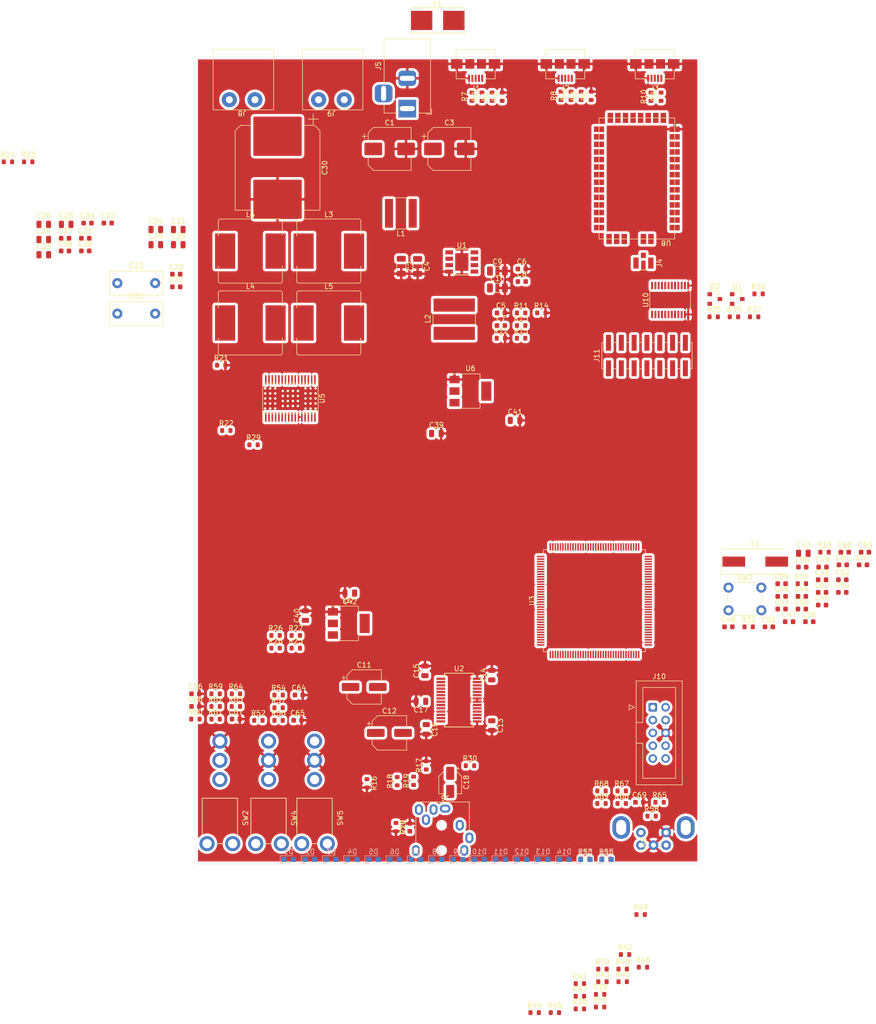
<source format=kicad_pcb>
(kicad_pcb (version 20201116) (generator pcbnew)

  (general
    (thickness 1.6)
  )

  (paper "A4")
  (layers
    (0 "F.Cu" signal)
    (31 "B.Cu" signal)
    (32 "B.Adhes" user "B.Adhesive")
    (33 "F.Adhes" user "F.Adhesive")
    (34 "B.Paste" user)
    (35 "F.Paste" user)
    (36 "B.SilkS" user "B.Silkscreen")
    (37 "F.SilkS" user "F.Silkscreen")
    (38 "B.Mask" user)
    (39 "F.Mask" user)
    (40 "Dwgs.User" user "User.Drawings")
    (41 "Cmts.User" user "User.Comments")
    (42 "Eco1.User" user "User.Eco1")
    (43 "Eco2.User" user "User.Eco2")
    (44 "Edge.Cuts" user)
    (45 "Margin" user)
    (46 "B.CrtYd" user "B.Courtyard")
    (47 "F.CrtYd" user "F.Courtyard")
    (48 "B.Fab" user)
    (49 "F.Fab" user)
  )

  (setup
    (pcbplotparams
      (layerselection 0x00010fc_ffffffff)
      (disableapertmacros false)
      (usegerberextensions false)
      (usegerberattributes true)
      (usegerberadvancedattributes true)
      (creategerberjobfile true)
      (svguseinch false)
      (svgprecision 6)
      (excludeedgelayer true)
      (plotframeref false)
      (viasonmask false)
      (mode 1)
      (useauxorigin false)
      (hpglpennumber 1)
      (hpglpenspeed 20)
      (hpglpendiameter 15.000000)
      (psnegative false)
      (psa4output false)
      (plotreference true)
      (plotvalue true)
      (plotinvisibletext false)
      (sketchpadsonfab false)
      (subtractmaskfromsilk false)
      (outputformat 1)
      (mirror false)
      (drillshape 1)
      (scaleselection 1)
      (outputdirectory "")
    )
  )


  (net 0 "")
  (net 1 "/~SPK_FAULT")
  (net 2 "/Processor/~RST")
  (net 3 "Net-(J10-Pad5)")
  (net 4 "/Processor/SWCLK")
  (net 5 "/~SPK_SD")
  (net 6 "/HP_DETECT")
  (net 7 "+5V")
  (net 8 "Net-(J10-Pad3)")
  (net 9 "/Processor/SWDIO")
  (net 10 "/Bluetooth/SCL")
  (net 11 "/MIC2")
  (net 12 "GND")
  (net 13 "Net-(SW1-PadB)")
  (net 14 "Net-(SW1-PadA)")
  (net 15 "/MIC1")
  (net 16 "Net-(D1-Pad1)")
  (net 17 "Net-(C31-Pad1)")
  (net 18 "Net-(C25-Pad2)")
  (net 19 "Net-(C24-Pad2)")
  (net 20 "Net-(C24-Pad1)")
  (net 21 "Net-(C25-Pad1)")
  (net 22 "Net-(C1-Pad1)")
  (net 23 "/19V_ANALOG")
  (net 24 "Net-(C5-Pad1)")
  (net 25 "Net-(C6-Pad1)")
  (net 26 "Net-(C7-Pad1)")
  (net 27 "Net-(C7-Pad2)")
  (net 28 "Net-(C8-Pad1)")
  (net 29 "+3.3VA")
  (net 30 "Net-(C11-Pad1)")
  (net 31 "Net-(C11-Pad2)")
  (net 32 "Net-(C12-Pad1)")
  (net 33 "Net-(C12-Pad2)")
  (net 34 "Net-(C13-Pad1)")
  (net 35 "/Speaker Amplifier/3.3V")
  (net 36 "Net-(C18-Pad1)")
  (net 37 "Net-(C18-Pad2)")
  (net 38 "Net-(C20-Pad1)")
  (net 39 "Net-(C23-Pad1)")
  (net 40 "Net-(C23-Pad2)")
  (net 41 "Net-(C26-Pad1)")
  (net 42 "Net-(C26-Pad2)")
  (net 43 "Net-(C29-Pad1)")
  (net 44 "Net-(C32-Pad1)")
  (net 45 "Net-(C33-Pad1)")
  (net 46 "Net-(C36-Pad1)")
  (net 47 "Net-(C36-Pad2)")
  (net 48 "Net-(C37-Pad1)")
  (net 49 "Net-(F1-Pad2)")
  (net 50 "Net-(J1-Pad1)")
  (net 51 "Net-(J1-Pad2)")
  (net 52 "Net-(J1-Pad3)")
  (net 53 "Net-(J1-Pad4)")
  (net 54 "Net-(J2-Pad1)")
  (net 55 "Net-(J2-Pad2)")
  (net 56 "Net-(J2-Pad3)")
  (net 57 "Net-(J2-Pad4)")
  (net 58 "Net-(J3-Pad1)")
  (net 59 "Net-(J3-Pad2)")
  (net 60 "Net-(J3-Pad3)")
  (net 61 "Net-(J3-Pad4)")
  (net 62 "Net-(J5-Pad3)")
  (net 63 "/Processor/USB1_DETECT")
  (net 64 "/Processor/USB1_DM")
  (net 65 "/Processor/USB2_DETECT")
  (net 66 "/Processor/USB2_DM")
  (net 67 "/Processor/USB1_DP")
  (net 68 "/Processor/USB2_DP")
  (net 69 "/Bluetooth/USB3_DM")
  (net 70 "/Bluetooth/USB3_DP")
  (net 71 "Net-(R11-Pad1)")
  (net 72 "Net-(R13-Pad1)")
  (net 73 "Net-(R18-Pad2)")
  (net 74 "Net-(R19-Pad2)")
  (net 75 "Net-(R22-Pad1)")
  (net 76 "Net-(SW2-Pad1)")
  (net 77 "Net-(D2-Pad1)")
  (net 78 "/BT2")
  (net 79 "Net-(U2-Pad2)")
  (net 80 "Net-(J4-Pad1)")
  (net 81 "Net-(J4-Pad2)")
  (net 82 "/AMP_I2C_SDA")
  (net 83 "Net-(R25-Pad2)")
  (net 84 "Net-(U2-Pad12)")
  (net 85 "Net-(U2-Pad13)")
  (net 86 "Net-(U2-Pad19)")
  (net 87 "Net-(U2-Pad20)")
  (net 88 "/SDO")
  (net 89 "Net-(R26-Pad2)")
  (net 90 "Net-(D3-Pad1)")
  (net 91 "Net-(U2-Pad26)")
  (net 92 "Net-(U3-Pad1)")
  (net 93 "Net-(U3-Pad2)")
  (net 94 "Net-(U3-Pad3)")
  (net 95 "Net-(U3-Pad4)")
  (net 96 "Net-(U3-Pad5)")
  (net 97 "+3V3")
  (net 98 "Net-(U3-Pad7)")
  (net 99 "Net-(U3-Pad8)")
  (net 100 "Net-(U3-Pad9)")
  (net 101 "/BT_I2C_SDA")
  (net 102 "/BT_I2C_SCL")
  (net 103 "Net-(U3-Pad12)")
  (net 104 "Net-(U3-Pad13)")
  (net 105 "Net-(U3-Pad14)")
  (net 106 "Net-(U3-Pad15)")
  (net 107 "Net-(U3-Pad18)")
  (net 108 "Net-(U3-Pad19)")
  (net 109 "Net-(U3-Pad20)")
  (net 110 "Net-(U3-Pad21)")
  (net 111 "Net-(U3-Pad22)")
  (net 112 "Net-(C49-Pad2)")
  (net 113 "Net-(C50-Pad2)")
  (net 114 "/Bluetooth/SCL_1V8")
  (net 115 "Net-(U3-Pad26)")
  (net 116 "Net-(U3-Pad27)")
  (net 117 "/AMP_I2S_SDI")
  (net 118 "/AMP_I2S_SDO")
  (net 119 "/Bluetooth/SDA")
  (net 120 "Net-(U3-Pad34)")
  (net 121 "Net-(U3-Pad35)")
  (net 122 "Net-(U3-Pad36)")
  (net 123 "Net-(U3-Pad37)")
  (net 124 "Net-(U3-Pad40)")
  (net 125 "Net-(U3-Pad41)")
  (net 126 "Net-(U3-Pad42)")
  (net 127 "Net-(U3-Pad43)")
  (net 128 "Net-(U3-Pad44)")
  (net 129 "Net-(U3-Pad45)")
  (net 130 "Net-(U3-Pad46)")
  (net 131 "Net-(U3-Pad47)")
  (net 132 "Net-(U3-Pad48)")
  (net 133 "Net-(U3-Pad49)")
  (net 134 "Net-(U3-Pad50)")
  (net 135 "Net-(R27-Pad2)")
  (net 136 "Net-(R28-Pad2)")
  (net 137 "Net-(U3-Pad56)")
  (net 138 "Net-(U3-Pad57)")
  (net 139 "Net-(U3-Pad58)")
  (net 140 "Net-(U3-Pad59)")
  (net 141 "Net-(U3-Pad60)")
  (net 142 "Net-(U3-Pad63)")
  (net 143 "Net-(U3-Pad64)")
  (net 144 "Net-(U3-Pad65)")
  (net 145 "Net-(U3-Pad66)")
  (net 146 "Net-(U3-Pad67)")
  (net 147 "Net-(U3-Pad68)")
  (net 148 "/AMP_I2S_CK")
  (net 149 "Net-(U3-Pad70)")
  (net 150 "Net-(C52-Pad1)")
  (net 151 "Net-(U3-Pad73)")
  (net 152 "Net-(U3-Pad77)")
  (net 153 "Net-(U3-Pad78)")
  (net 154 "Net-(U3-Pad79)")
  (net 155 "Net-(U3-Pad80)")
  (net 156 "Net-(U3-Pad81)")
  (net 157 "Net-(U3-Pad82)")
  (net 158 "Net-(U3-Pad85)")
  (net 159 "Net-(U3-Pad86)")
  (net 160 "Net-(U3-Pad87)")
  (net 161 "Net-(U3-Pad88)")
  (net 162 "Net-(U3-Pad89)")
  (net 163 "Net-(U3-Pad90)")
  (net 164 "Net-(U3-Pad91)")
  (net 165 "Net-(U3-Pad92)")
  (net 166 "Net-(U3-Pad93)")
  (net 167 "/AMP_I2S_MCK")
  (net 168 "/BT_I2S_MCK")
  (net 169 "Net-(U3-Pad98)")
  (net 170 "Net-(U3-Pad99)")
  (net 171 "Net-(U3-Pad100)")
  (net 172 "Net-(U3-Pad101)")
  (net 173 "/Bluetooth/SDA_1V8")
  (net 174 "Net-(C54-Pad1)")
  (net 175 "/BT_I2S_WS")
  (net 176 "Net-(U3-Pad111)")
  (net 177 "Net-(U3-Pad112)")
  (net 178 "Net-(U3-Pad113)")
  (net 179 "Net-(U3-Pad114)")
  (net 180 "Net-(U3-Pad115)")
  (net 181 "Net-(U3-Pad116)")
  (net 182 "Net-(U3-Pad117)")
  (net 183 "Net-(U3-Pad118)")
  (net 184 "Net-(U3-Pad119)")
  (net 185 "Net-(U3-Pad122)")
  (net 186 "Net-(U3-Pad123)")
  (net 187 "Net-(U3-Pad124)")
  (net 188 "Net-(U3-Pad125)")
  (net 189 "Net-(U3-Pad126)")
  (net 190 "Net-(U3-Pad127)")
  (net 191 "Net-(U3-Pad128)")
  (net 192 "Net-(U3-Pad129)")
  (net 193 "Net-(U3-Pad132)")
  (net 194 "/BT_I2S_CK")
  (net 195 "/BT_I2S_SDI")
  (net 196 "/BT_I2S_SDO")
  (net 197 "Net-(J11-Pad8)")
  (net 198 "Net-(U3-Pad139)")
  (net 199 "/AMP_I2S_WS")
  (net 200 "Net-(U3-Pad141)")
  (net 201 "Net-(U3-Pad142)")
  (net 202 "Net-(R52-Pad2)")
  (net 203 "Net-(D4-Pad1)")
  (net 204 "Net-(R54-Pad2)")
  (net 205 "Net-(R29-Pad2)")
  (net 206 "Net-(R30-Pad2)")
  (net 207 "Net-(U8-Pad39)")
  (net 208 "Net-(U8-Pad38)")
  (net 209 "Net-(U8-Pad37)")
  (net 210 "Net-(U8-Pad36)")
  (net 211 "Net-(U8-Pad35)")
  (net 212 "Net-(U8-Pad34)")
  (net 213 "Net-(U8-Pad33)")
  (net 214 "Net-(U8-Pad32)")
  (net 215 "Net-(U8-Pad31)")
  (net 216 "Net-(U8-Pad30)")
  (net 217 "Net-(U8-Pad29)")
  (net 218 "Net-(U8-Pad28)")
  (net 219 "Net-(U8-Pad27)")
  (net 220 "Net-(U8-Pad26)")
  (net 221 "Net-(U8-Pad25)")
  (net 222 "Net-(U8-Pad24)")
  (net 223 "Net-(U8-Pad23)")
  (net 224 "Net-(U8-Pad20)")
  (net 225 "Net-(U8-Pad17)")
  (net 226 "Net-(U8-Pad16)")
  (net 227 "Net-(U8-Pad12)")
  (net 228 "Net-(U8-Pad11)")
  (net 229 "/Bluetooth/SPI{slash}~PCM")
  (net 230 "Net-(J11-Pad6)")
  (net 231 "Net-(J11-Pad5)")
  (net 232 "Net-(J11-Pad4)")
  (net 233 "Net-(U8-Pad6)")
  (net 234 "Net-(U8-Pad5)")
  (net 235 "Net-(U8-Pad4)")
  (net 236 "Net-(U8-Pad3)")
  (net 237 "Net-(U8-Pad2)")
  (net 238 "Net-(U8-Pad1)")
  (net 239 "+1V8")
  (net 240 "/Bluetooth/CK")
  (net 241 "/Bluetooth/WS")
  (net 242 "/Bluetooth/SDI")
  (net 243 "Net-(U10-Pad24)")
  (net 244 "Net-(U10-Pad23)")
  (net 245 "Net-(U10-Pad22)")
  (net 246 "Net-(J11-Pad3)")
  (net 247 "Net-(J11-Pad2)")
  (net 248 "Net-(J11-Pad1)")
  (net 249 "/Bluetooth/SPI{slash}~PCM_1V8")
  (net 250 "Net-(U10-Pad17)")
  (net 251 "Net-(U10-Pad16)")
  (net 252 "Net-(U10-Pad15)")
  (net 253 "Net-(U10-Pad14)")
  (net 254 "/Bluetooth/SDI_1V8")
  (net 255 "Net-(U10-Pad10)")
  (net 256 "Net-(U10-Pad9)")
  (net 257 "Net-(U10-Pad8)")
  (net 258 "Net-(U10-Pad7)")
  (net 259 "Net-(J11-Pad10)")
  (net 260 "Net-(J11-Pad12)")
  (net 261 "Net-(J11-Pad14)")
  (net 262 "Net-(R32-Pad2)")
  (net 263 "Net-(U10-Pad2)")
  (net 264 "Net-(U10-Pad1)")
  (net 265 "Net-(J10-Pad10)")
  (net 266 "Net-(J10-Pad8)")
  (net 267 "Net-(J10-Pad9)")
  (net 268 "Net-(J10-Pad7)")
  (net 269 "/Bluetooth/CK_1V8")
  (net 270 "/Bluetooth/WS_1V8")
  (net 271 "Net-(SW5-Pad3)")
  (net 272 "Net-(D5-Pad1)")
  (net 273 "Net-(SW5-Pad1)")
  (net 274 "Net-(D6-Pad1)")
  (net 275 "Net-(D7-Pad1)")
  (net 276 "Net-(D8-Pad1)")
  (net 277 "Net-(D9-Pad1)")
  (net 278 "Net-(D10-Pad1)")
  (net 279 "Net-(D11-Pad1)")
  (net 280 "Net-(D12-Pad1)")
  (net 281 "Net-(D13-Pad1)")
  (net 282 "Net-(D14-Pad1)")
  (net 283 "Net-(D15-Pad1)")
  (net 284 "Net-(D16-Pad1)")
  (net 285 "/AMP_I2C_SCL")
  (net 286 "/VOL0")
  (net 287 "/VOL1")
  (net 288 "/VOL2")
  (net 289 "/VOL3")
  (net 290 "/VOL4")
  (net 291 "/VOL5")
  (net 292 "/VOL6")
  (net 293 "/VOL7")
  (net 294 "/VOL8")
  (net 295 "/VOL9")
  (net 296 "/VOL10")
  (net 297 "/VOL11")
  (net 298 "/VOL12")
  (net 299 "/VOL13")
  (net 300 "/VOL14")
  (net 301 "/BT1")
  (net 302 "/VOL15")
  (net 303 "/ENC_SW")
  (net 304 "Net-(SW2-Pad2)")
  (net 305 "/PWR")
  (net 306 "Net-(SW1-PadS1)")
  (net 307 "/ENC_A")
  (net 308 "/ENC_B")
  (net 309 "Net-(J6-PadT)")
  (net 310 "Net-(J6-PadSW2)")
  (net 311 "Net-(J6-PadSW1)")
  (net 312 "Net-(J6-PadS)")
  (net 313 "Net-(J6-PadR2)")
  (net 314 "Net-(J6-PadR1)")
  (net 315 "Net-(J6-PadG)")

  (footprint "Resistor_SMD:R_0603_1608Metric" (layer "F.Cu") (at 137.45 32.725 90))

  (footprint "Resistor_SMD:R_0603_1608Metric" (layer "F.Cu") (at 139.45 32.725 90))

  (footprint "Resistor_SMD:R_0603_1608Metric" (layer "F.Cu") (at 143.45 32.725 90))

  (footprint "Resistor_SMD:R_0603_1608Metric" (layer "F.Cu") (at 123.8 32.9 90))

  (footprint "Connector_USB:USB_Micro-B_Amphenol_10104110_Horizontal" (layer "F.Cu") (at 138.3 27.7 180))

  (footprint "Package_QFP:LQFP-144_20x20mm_P0.5mm" (layer "F.Cu") (at 144.1 132.8 90))

  (footprint "Connector_USB:USB_Micro-B_Amphenol_10104110_Horizontal" (layer "F.Cu") (at 156.05 27.7 180))

  (footprint "Resistor_SMD:R_0603_1608Metric" (layer "F.Cu") (at 125.8 32.9 90))

  (footprint "Resistor_SMD:R_0603_1608Metric" (layer "F.Cu") (at 119.8 32.9 90))

  (footprint "Resistor_SMD:R_0603_1608Metric" (layer "F.Cu") (at 157.3 32.9 90))

  (footprint "Resistor_SMD:R_0603_1608Metric" (layer "F.Cu") (at 121.8 32.9 90))

  (footprint "Resistor_SMD:R_0603_1608Metric" (layer "F.Cu") (at 141.45 32.725 90))

  (footprint "Package_SO:SSOP-28_5.3x10.2mm_P0.65mm" (layer "F.Cu") (at 117.25 152.5))

  (footprint "Package_SO:Diodes_SO-8EP" (layer "F.Cu") (at 117.8025 65.655))

  (footprint "Connector_USB:USB_Micro-B_Amphenol_10104110_Horizontal" (layer "F.Cu") (at 120.55 27.7 180))

  (footprint "Resistor_SMD:R_0603_1608Metric" (layer "F.Cu") (at 155.3 32.9 90))

  (footprint "Connector_BarrelJack:BarrelJack_Horizontal" (layer "F.Cu") (at 107 35.25 -90))

  (footprint "Capacitor_SMD:C_0805_2012Metric" (layer "F.Cu") (at 123.75 157.55 -90))

  (footprint "Capacitor_SMD:C_0805_2012Metric" (layer "F.Cu") (at 123.75 147.55 90))

  (footprint "Capacitor_SMD:C_0805_2012Metric" (layer "F.Cu") (at 110.5 146.7 90))

  (footprint "Resistor_SMD:R_0603_1608Metric" (layer "F.Cu") (at 99 169 -90))

  (footprint "Resistor_SMD:R_0603_1608Metric" (layer "F.Cu") (at 110.75 165.425 90))

  (footprint "Capacitor_SMD:C_0805_2012Metric" (layer "F.Cu") (at 110.75 158.3 -90))

  (footprint "Capacitor_SMD:C_0805_2012Metric" (layer "F.Cu") (at 109.7 152.75 180))

  (footprint "Capacitor_SMD:C_0603_1608Metric" (layer "F.Cu") (at 125.55 75.75))

  (footprint "Capacitor_SMD:C_0603_1608Metric" (layer "F.Cu") (at 125.55 78.26))

  (footprint "Resistor_SMD:R_0603_1608Metric" (layer "F.Cu") (at 129.56 75.75))

  (footprint "Resistor_SMD:R_0603_1608Metric" (layer "F.Cu") (at 125.55 80.77))

  (footprint "Resistor_SMD:R_0603_1608Metric" (layer "F.Cu") (at 129.56 78.26))

  (footprint "Resistor_SMD:R_0603_1608Metric" (layer "F.Cu") (at 133.57 75.75))

  (footprint "Resistor_SMD:R_0603_1608Metric" (layer "F.Cu") (at 129.56 80.77))

  (footprint "Resistor_SMD:R_0603_1608Metric" (layer "F.Cu") (at 108.25 168.5 90))

  (footprint "Resistor_SMD:R_0603_1608Metric" (layer "F.Cu") (at 104.75 177.675 -90))

  (footprint "Resistor_SMD:R_0603_1608Metric" (layer "F.Cu") (at 105 168.575 90))

  (footprint "Capacitor_SMD:CP_Elec_8x10" (layer "F.Cu") (at 103.5 43.25))

  (footprint "Capacitor_SMD:C_1206_3216Metric" (layer "F.Cu") (at 105.8 66.5 -90))

  (footprint "Capacitor_SMD:CP_Elec_8x10" (layer "F.Cu") (at 115.33 43.25))

  (footprint "Capacitor_SMD:C_1206_3216Metric" (layer "F.Cu") (at 109.05 66.525 -90))

  (footprint "Inductor_SMD:L_Bourns-SRN8040_8x8.15mm" (layer "F.Cu") (at 116.3 77 90))

  (footprint "Capacitor_SMD:C_0603_1608Metric" (layer "F.Cu") (at 107.5 177.725 90))

  (footprint "Inductor_SMD:L_Taiyo-Yuden_NR-60xx" (layer "F.Cu") (at 105.72 56.02 180))

  (footprint "Capacitor_SMD:CP_Elec_6.3x7.7" (layer "F.Cu") (at 98.45 149.9))

  (footprint "Capacitor_SMD:CP_Elec_6.3x7.7" (layer "F.Cu")
    (tedit 5BCA39D0) (tstamp 00000000-0000-0000-0000-00005fb07a2f)
    (at 103.45 159)
    (descr "SMD capacitor, aluminum electrolytic, Nichicon, 6.3x7.7mm")
    (tags "capacitor electrolytic")
    (property "Dateiname Blatt" "headphone-amp.kicad_sch")
    (property "Schaltplanname" "Headphone Amplifier")
    (path "/00000000-0000-0000-0000-00005fa5bd36/00000000-0000-0000-0000-00005fb761de")
    (attr smd)
    (fp_text reference "C12" (at 0 -4.35) (layer "F.SilkS")
      (effects (font (size 1 1) (thickness 0.15)))
      (tstamp 83bd2035-0f58-48b6-8ce7-801e14e37a8e)
    )
    (fp_text value "220uF" (at 0 4.35) (layer "F.Fab")
      (effects (font (size 1 1) (thickness 0.15)))
      (tstamp b5753672-efd9-41d4-8922-646a60db8b4b)
    )
    (fp_text user "${REFERENCE}" (at 0 0) (layer "F.Fab")
      (effects (font (size 1 1) (thickness 0.15)))
      (tstamp 7c76d9ae-6a4e-4e17-83b1-168c78ace855)
    )
    (fp_line (start -3.41 2.345563) (end -2.345563 3.41) (layer "F.SilkS") (width 0.12) (tstamp 43066351-2c06-4239-a2a3-c703abf8f045))
    (fp_line (start -2.345563 -3.41) (end 3.41 -3.41) (layer "F.SilkS") (width 0.12) (tstamp 452398a0-2ed7-432b-b826-623f3c33b7b6))
    (fp_line (start 3.41 3.41) (end 3.41 1.06) (layer "F.SilkS") (width 0.12) (tstamp 49f18b69-2a29-41c2-9519-0bb61574c330))
    (fp_line (start 3.41 -3.41) (end 3.41 -1.06) (layer "F.SilkS") (width 0.12) (tstamp 4f3f779e-dff2-41e7-9f01-819ca8638046))
    (fp_line (start -3.41 2.345563) (end -3.41 1.06) (layer "F.SilkS") (width 0.12) (tstamp 57208787-010e-4edc-8ab1-6256b29c527e))
    (fp_line (start -3.41 -2.345563) (end -2.345563 -3.41) (layer "F.SilkS") (width 0.12) (tstamp 8482ff70-9906-4ae6-bb02-347f386775ab))
    (fp_line (start -4.04375 -2.24125) (end -4.04375 -1.45375) (layer "F.SilkS") (width 0.12) (tstamp a6ba3c2b-ab5d-451d-beee-410ff645cc7f))
    (fp_line (start -2.345563 3.41) (end 3.41 3.41) (layer "F.SilkS") (width 0.12) (tstamp b1e93ccd-4a87-4dd2-812d-0cc1ecfd8649))
    (fp_line (start -4.4375 -1.8475) (end -3.65 -1.8475) (layer "F.SilkS") (width 0.12) (tstamp d8fd57d8-087f-4e26-9ed2-3eb6de731eed))
    (fp_line (start -3.41 -2.345563) (end -3.41 -1.06) (layer "F.SilkS") (width 0.12) (tstamp fe2aad2f-fe20-485f-8dc7-27bfd4a432c0))
    (fp_line (start 3.55 -3.55) (end 3.55 -1.05) (layer "F.CrtYd") (width 0.05) (tstamp 37d95669-9b30-442b-9b9d-ed462422afa6))
    (fp_line (start -3.55 1.05) (end -3.55 2.4) (layer "F.CrtYd") (width 0.05) (tstamp 3c7
... [1374546 chars truncated]
</source>
